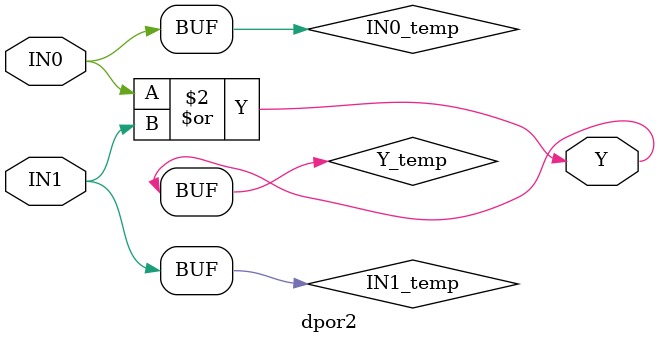
<source format=v>
module dpor2(IN0,IN1,Y);
  parameter BIT = 0;
  parameter COLINST = "0";
  parameter GROUP = "dpath1";
  parameter
        d_IN0_r = 0,
        d_IN0_f = 0,
        d_IN1_r = 0,
        d_IN1_f = 0,
        d_Y_r = 1,
        d_Y_f = 1;
  input  IN0;
  input  IN1;
  output  Y;
  wire  IN0_temp;
  wire  IN1_temp;
  reg  Y_temp;
  assign #(d_IN0_r,d_IN0_f) IN0_temp = IN0;
  assign #(d_IN1_r,d_IN1_f) IN1_temp = IN1;
  assign #(d_Y_r,d_Y_f) Y = Y_temp;
  always
    @(IN0_temp or IN1_temp)
      Y_temp = (IN0_temp | IN1_temp);
endmodule

</source>
